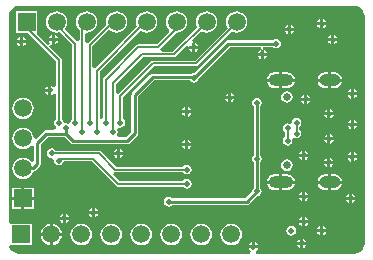
<source format=gbl>
%FSLAX25Y25*%
%MOIN*%
G70*
G01*
G75*
G04 Layer_Physical_Order=2*
G04 Layer_Color=16711680*
%ADD10O,0.01575X0.05906*%
%ADD11R,0.01575X0.05906*%
%ADD12R,0.03937X0.04331*%
%ADD13R,0.03000X0.03000*%
%ADD14R,0.02756X0.03543*%
%ADD15R,0.07480X0.02362*%
%ADD16R,0.04528X0.01181*%
%ADD17R,0.04528X0.02362*%
%ADD18R,0.04724X0.03937*%
%ADD19R,0.04528X0.05512*%
%ADD20R,0.03000X0.03000*%
%ADD21R,0.04331X0.03937*%
%ADD22C,0.00600*%
%ADD23C,0.01000*%
%ADD24O,0.08263X0.03937*%
%ADD25O,0.07082X0.03937*%
%ADD26C,0.02559*%
%ADD27C,0.05906*%
%ADD28R,0.05906X0.05906*%
%ADD29R,0.05906X0.05906*%
%ADD30C,0.02000*%
G36*
X583303Y257280D02*
X584177Y257165D01*
X584992Y256828D01*
X585691Y256291D01*
X586228Y255592D01*
X586565Y254777D01*
X586681Y253903D01*
X586688D01*
Y253800D01*
X586688Y253800D01*
X586688D01*
Y178200D01*
Y178097D01*
X586681D01*
X586565Y177223D01*
X586228Y176408D01*
X585691Y175709D01*
X584992Y175172D01*
X584177Y174835D01*
X583303Y174720D01*
Y174712D01*
X583251Y174702D01*
X583200Y174712D01*
X550595D01*
X550484Y175079D01*
X550484Y175079D01*
X550336Y175567D01*
X550753Y175847D01*
X551107Y176376D01*
X551132Y176500D01*
X548068D01*
X548093Y176376D01*
X548447Y175847D01*
X548864Y175567D01*
X548605Y174712D01*
X471497D01*
Y174720D01*
X470623Y174835D01*
X469808Y175172D01*
X469109Y175709D01*
X468572Y176408D01*
X468235Y177223D01*
X468550Y177635D01*
X468647Y177647D01*
D01*
X468744Y177647D01*
X468744Y177647D01*
X468744Y177647D01*
X475753D01*
Y184753D01*
X468744D01*
X468744Y184753D01*
X468744Y184753D01*
X468647Y184753D01*
X468112Y185288D01*
Y253903D01*
X468119D01*
X468235Y254777D01*
X468572Y255592D01*
X469109Y256291D01*
X469808Y256828D01*
X470623Y257165D01*
X471497Y257280D01*
Y257288D01*
X583303D01*
Y257280D01*
D02*
G37*
%LPC*%
G36*
X579198Y198092D02*
X575601D01*
Y196001D01*
X576673D01*
X577344Y196089D01*
X577969Y196348D01*
X578505Y196760D01*
X578917Y197296D01*
X579176Y197921D01*
X579198Y198092D01*
D02*
G37*
G36*
X574601D02*
X571004D01*
X571026Y197921D01*
X571285Y197296D01*
X571697Y196760D01*
X572233Y196348D01*
X572858Y196089D01*
X573529Y196001D01*
X574601D01*
Y198092D01*
D02*
G37*
G36*
X566900Y195332D02*
Y194300D01*
X567932D01*
X567907Y194424D01*
X567554Y194954D01*
X567024Y195307D01*
X566900Y195332D01*
D02*
G37*
G36*
X558263Y198092D02*
X554075D01*
X554098Y197922D01*
X554356Y197297D01*
X554768Y196760D01*
X555305Y196349D01*
X555930Y196090D01*
X556600Y196002D01*
X558263D01*
Y198092D01*
D02*
G37*
G36*
X576673Y201182D02*
X575601D01*
Y199092D01*
X579198D01*
X579176Y199262D01*
X578917Y199887D01*
X578505Y200424D01*
X577969Y200835D01*
X577344Y201094D01*
X576673Y201182D01*
D02*
G37*
G36*
X558263Y201183D02*
X556600D01*
X555930Y201095D01*
X555305Y200836D01*
X554768Y200424D01*
X554356Y199888D01*
X554098Y199263D01*
X554075Y199092D01*
X558263D01*
Y201183D01*
D02*
G37*
G36*
X563451Y198092D02*
X559263D01*
Y196002D01*
X560926D01*
X561596Y196090D01*
X562221Y196349D01*
X562758Y196760D01*
X563169Y197297D01*
X563428Y197922D01*
X563451Y198092D01*
D02*
G37*
G36*
X574601Y201182D02*
X573529D01*
X572858Y201094D01*
X572233Y200835D01*
X571697Y200424D01*
X571285Y199887D01*
X571026Y199262D01*
X571004Y199092D01*
X574601D01*
Y201182D01*
D02*
G37*
G36*
X567932Y193300D02*
X566900D01*
Y192268D01*
X567024Y192293D01*
X567554Y192647D01*
X567907Y193176D01*
X567932Y193300D01*
D02*
G37*
G36*
X472300Y196753D02*
X469247D01*
Y193700D01*
X472300D01*
Y196753D01*
D02*
G37*
G36*
X583532Y192700D02*
X582500D01*
Y191668D01*
X582624Y191693D01*
X583153Y192046D01*
X583507Y192576D01*
X583532Y192700D01*
D02*
G37*
G36*
X565900Y193300D02*
X564868D01*
X564893Y193176D01*
X565246Y192647D01*
X565776Y192293D01*
X565900Y192268D01*
Y193300D01*
D02*
G37*
G36*
X476353Y196753D02*
X473300D01*
Y193700D01*
X476353D01*
Y196753D01*
D02*
G37*
G36*
X550800Y226631D02*
X550176Y226507D01*
X549647Y226153D01*
X549293Y225624D01*
X549169Y225000D01*
X549293Y224376D01*
X549647Y223847D01*
X549678Y223825D01*
Y207575D01*
X549647Y207554D01*
X549293Y207024D01*
X549169Y206400D01*
X549293Y205776D01*
X549647Y205246D01*
X549678Y205225D01*
Y196655D01*
X549647Y196634D01*
X549293Y196105D01*
X549169Y195480D01*
X549176Y195442D01*
X546883Y193150D01*
X522614D01*
X522553Y193240D01*
X522024Y193594D01*
X521400Y193718D01*
X520776Y193594D01*
X520247Y193240D01*
X519893Y192711D01*
X519769Y192087D01*
X519893Y191462D01*
X520247Y190933D01*
X520776Y190579D01*
X521400Y190455D01*
X522024Y190579D01*
X522514Y190907D01*
X547348D01*
X547348Y190907D01*
X547777Y190992D01*
X548141Y191235D01*
X550762Y193856D01*
X550800Y193849D01*
X551424Y193973D01*
X551954Y194327D01*
X552307Y194856D01*
X552431Y195480D01*
X552307Y196105D01*
X551954Y196634D01*
X551922Y196655D01*
Y205225D01*
X551954Y205246D01*
X552307Y205776D01*
X552431Y206400D01*
X552307Y207024D01*
X551954Y207554D01*
X551922Y207575D01*
Y223825D01*
X551954Y223847D01*
X552307Y224376D01*
X552431Y225000D01*
X552307Y225624D01*
X551954Y226153D01*
X551424Y226507D01*
X550800Y226631D01*
D02*
G37*
G36*
X565900Y195332D02*
X565776Y195307D01*
X565246Y194954D01*
X564893Y194424D01*
X564868Y194300D01*
X565900D01*
Y195332D01*
D02*
G37*
G36*
X581500Y194732D02*
X581376Y194707D01*
X580847Y194353D01*
X580493Y193824D01*
X580468Y193700D01*
X581500D01*
Y194732D01*
D02*
G37*
G36*
X582500D02*
Y193700D01*
X583532D01*
X583507Y193824D01*
X583153Y194353D01*
X582624Y194707D01*
X582500Y194732D01*
D02*
G37*
G36*
X560926Y201183D02*
X559263D01*
Y199092D01*
X563451D01*
X563428Y199263D01*
X563169Y199888D01*
X562758Y200424D01*
X562221Y200836D01*
X561596Y201095D01*
X560926Y201183D01*
D02*
G37*
G36*
X506132Y207700D02*
X505100D01*
Y206668D01*
X505224Y206693D01*
X505754Y207047D01*
X506107Y207576D01*
X506132Y207700D01*
D02*
G37*
G36*
X582100Y208532D02*
X581976Y208507D01*
X581447Y208154D01*
X581093Y207624D01*
X581068Y207500D01*
X582100D01*
Y208532D01*
D02*
G37*
G36*
X567932Y207100D02*
X566900D01*
Y206068D01*
X567024Y206093D01*
X567554Y206447D01*
X567907Y206976D01*
X567932Y207100D01*
D02*
G37*
G36*
X504100Y207700D02*
X503068D01*
X503093Y207576D01*
X503446Y207047D01*
X503976Y206693D01*
X504100Y206668D01*
Y207700D01*
D02*
G37*
G36*
X566900Y209132D02*
Y208100D01*
X567932D01*
X567907Y208224D01*
X567554Y208753D01*
X567024Y209107D01*
X566900Y209132D01*
D02*
G37*
G36*
X504100Y209732D02*
X503976Y209707D01*
X503446Y209353D01*
X503093Y208824D01*
X503068Y208700D01*
X504100D01*
Y209732D01*
D02*
G37*
G36*
X583100Y208532D02*
Y207500D01*
X584132D01*
X584107Y207624D01*
X583753Y208154D01*
X583224Y208507D01*
X583100Y208532D01*
D02*
G37*
G36*
X565900Y209132D02*
X565776Y209107D01*
X565246Y208753D01*
X564893Y208224D01*
X564868Y208100D01*
X565900D01*
Y209132D01*
D02*
G37*
G36*
Y207100D02*
X564868D01*
X564893Y206976D01*
X565246Y206447D01*
X565776Y206093D01*
X565900Y206068D01*
Y207100D01*
D02*
G37*
G36*
X574300Y204700D02*
X573268D01*
X573293Y204576D01*
X573646Y204047D01*
X574176Y203693D01*
X574300Y203668D01*
Y204700D01*
D02*
G37*
G36*
X576332D02*
X575300D01*
Y203668D01*
X575424Y203693D01*
X575953Y204047D01*
X576307Y204576D01*
X576332Y204700D01*
D02*
G37*
G36*
X482400Y209831D02*
X481776Y209707D01*
X481247Y209353D01*
X480893Y208824D01*
X480769Y208200D01*
X480893Y207576D01*
X481247Y207047D01*
X481776Y206693D01*
X482400Y206569D01*
X482571Y206603D01*
X483203Y205971D01*
X483169Y205800D01*
X483293Y205176D01*
X483646Y204646D01*
X484176Y204293D01*
X484800Y204169D01*
X485424Y204293D01*
X485954Y204646D01*
X486307Y205176D01*
X486368Y205482D01*
X495820D01*
X503951Y197351D01*
X504249Y197152D01*
X504307Y197141D01*
X504600Y197082D01*
X526089D01*
X526247Y196846D01*
X526776Y196493D01*
X527400Y196369D01*
X528024Y196493D01*
X528553Y196846D01*
X528907Y197376D01*
X529031Y198000D01*
X528907Y198624D01*
X528553Y199153D01*
X528024Y199507D01*
X527400Y199631D01*
X526776Y199507D01*
X526247Y199153D01*
X526089Y198918D01*
X504980D01*
X502916Y200981D01*
X503058Y201696D01*
X503181Y201926D01*
X503400Y201882D01*
X526089D01*
X526247Y201646D01*
X526776Y201293D01*
X527400Y201169D01*
X528024Y201293D01*
X528553Y201646D01*
X528907Y202176D01*
X529031Y202800D01*
X528907Y203424D01*
X528553Y203954D01*
X528024Y204307D01*
X527400Y204431D01*
X526776Y204307D01*
X526247Y203954D01*
X526089Y203718D01*
X503780D01*
X498649Y208849D01*
X498351Y209048D01*
X498000Y209118D01*
X483711D01*
X483554Y209353D01*
X483024Y209707D01*
X482400Y209831D01*
D02*
G37*
G36*
X560731Y206138D02*
X559998Y205993D01*
X559376Y205577D01*
X558960Y204955D01*
X558815Y204222D01*
X558960Y203489D01*
X559376Y202867D01*
X559998Y202451D01*
X560731Y202306D01*
X561464Y202451D01*
X562086Y202867D01*
X562501Y203489D01*
X562647Y204222D01*
X562501Y204955D01*
X562086Y205577D01*
X561464Y205993D01*
X560731Y206138D01*
D02*
G37*
G36*
X574300Y206732D02*
X574176Y206707D01*
X573646Y206353D01*
X573293Y205824D01*
X573268Y205700D01*
X574300D01*
Y206732D01*
D02*
G37*
G36*
X575300D02*
Y205700D01*
X576332D01*
X576307Y205824D01*
X575953Y206353D01*
X575424Y206707D01*
X575300Y206732D01*
D02*
G37*
G36*
X582100Y206500D02*
X581068D01*
X581093Y206376D01*
X581447Y205847D01*
X581976Y205493D01*
X582100Y205468D01*
Y206500D01*
D02*
G37*
G36*
X584132D02*
X583100D01*
Y205468D01*
X583224Y205493D01*
X583753Y205847D01*
X584107Y206376D01*
X584132Y206500D01*
D02*
G37*
G36*
X581500Y192700D02*
X580468D01*
X580493Y192576D01*
X580847Y192046D01*
X581376Y191693D01*
X581500Y191668D01*
Y192700D01*
D02*
G37*
G36*
X485718Y180700D02*
X482700D01*
Y177682D01*
X483127Y177739D01*
X483992Y178097D01*
X484734Y178666D01*
X485303Y179408D01*
X485661Y180273D01*
X485718Y180700D01*
D02*
G37*
G36*
X565300Y179732D02*
X565176Y179707D01*
X564646Y179353D01*
X564293Y178824D01*
X564268Y178700D01*
X565300D01*
Y179732D01*
D02*
G37*
G36*
X542200Y184783D02*
X541272Y184661D01*
X540408Y184303D01*
X539666Y183734D01*
X539097Y182992D01*
X538739Y182127D01*
X538617Y181200D01*
X538739Y180273D01*
X539097Y179408D01*
X539666Y178666D01*
X540408Y178097D01*
X541272Y177739D01*
X542200Y177617D01*
X543127Y177739D01*
X543992Y178097D01*
X544734Y178666D01*
X545303Y179408D01*
X545661Y180273D01*
X545783Y181200D01*
X545661Y182127D01*
X545303Y182992D01*
X544734Y183734D01*
X543992Y184303D01*
X543127Y184661D01*
X542200Y184783D01*
D02*
G37*
G36*
X481700Y180700D02*
X478682D01*
X478739Y180273D01*
X479097Y179408D01*
X479666Y178666D01*
X480408Y178097D01*
X481273Y177739D01*
X481700Y177682D01*
Y180700D01*
D02*
G37*
G36*
X571900Y181900D02*
X570868D01*
X570893Y181776D01*
X571246Y181246D01*
X571776Y180893D01*
X571900Y180868D01*
Y181900D01*
D02*
G37*
G36*
X573932D02*
X572900D01*
Y180868D01*
X573024Y180893D01*
X573554Y181246D01*
X573907Y181776D01*
X573932Y181900D01*
D02*
G37*
G36*
X566300Y179732D02*
Y178700D01*
X567332D01*
X567307Y178824D01*
X566954Y179353D01*
X566424Y179707D01*
X566300Y179732D01*
D02*
G37*
G36*
X562200Y184031D02*
X561576Y183907D01*
X561047Y183554D01*
X560693Y183024D01*
X560569Y182400D01*
X560693Y181776D01*
X561047Y181246D01*
X561576Y180893D01*
X562200Y180769D01*
X562824Y180893D01*
X563353Y181246D01*
X563707Y181776D01*
X563831Y182400D01*
X563707Y183024D01*
X563353Y183554D01*
X562824Y183907D01*
X562200Y184031D01*
D02*
G37*
G36*
X532200Y184783D02*
X531273Y184661D01*
X530408Y184303D01*
X529666Y183734D01*
X529097Y182992D01*
X528739Y182127D01*
X528617Y181200D01*
X528739Y180273D01*
X529097Y179408D01*
X529666Y178666D01*
X530408Y178097D01*
X531273Y177739D01*
X532200Y177617D01*
X533127Y177739D01*
X533992Y178097D01*
X534734Y178666D01*
X535303Y179408D01*
X535661Y180273D01*
X535783Y181200D01*
X535661Y182127D01*
X535303Y182992D01*
X534734Y183734D01*
X533992Y184303D01*
X533127Y184661D01*
X532200Y184783D01*
D02*
G37*
G36*
X549100Y178532D02*
X548976Y178507D01*
X548447Y178154D01*
X548093Y177624D01*
X548068Y177500D01*
X549100D01*
Y178532D01*
D02*
G37*
G36*
X550100D02*
Y177500D01*
X551132D01*
X551107Y177624D01*
X550753Y178154D01*
X550224Y178507D01*
X550100Y178532D01*
D02*
G37*
G36*
X565300Y177700D02*
X564268D01*
X564293Y177576D01*
X564646Y177047D01*
X565176Y176693D01*
X565300Y176668D01*
Y177700D01*
D02*
G37*
G36*
X567332D02*
X566300D01*
Y176668D01*
X566424Y176693D01*
X566954Y177047D01*
X567307Y177576D01*
X567332Y177700D01*
D02*
G37*
G36*
X512200Y184783D02*
X511272Y184661D01*
X510408Y184303D01*
X509666Y183734D01*
X509097Y182992D01*
X508739Y182127D01*
X508617Y181200D01*
X508739Y180273D01*
X509097Y179408D01*
X509666Y178666D01*
X510408Y178097D01*
X511272Y177739D01*
X512200Y177617D01*
X513128Y177739D01*
X513992Y178097D01*
X514734Y178666D01*
X515303Y179408D01*
X515661Y180273D01*
X515783Y181200D01*
X515661Y182127D01*
X515303Y182992D01*
X514734Y183734D01*
X513992Y184303D01*
X513128Y184661D01*
X512200Y184783D01*
D02*
G37*
G36*
X522200D02*
X521273Y184661D01*
X520408Y184303D01*
X519666Y183734D01*
X519097Y182992D01*
X518739Y182127D01*
X518617Y181200D01*
X518739Y180273D01*
X519097Y179408D01*
X519666Y178666D01*
X520408Y178097D01*
X521273Y177739D01*
X522200Y177617D01*
X523128Y177739D01*
X523992Y178097D01*
X524734Y178666D01*
X525303Y179408D01*
X525661Y180273D01*
X525783Y181200D01*
X525661Y182127D01*
X525303Y182992D01*
X524734Y183734D01*
X523992Y184303D01*
X523128Y184661D01*
X522200Y184783D01*
D02*
G37*
G36*
X492200D02*
X491273Y184661D01*
X490408Y184303D01*
X489666Y183734D01*
X489097Y182992D01*
X488739Y182127D01*
X488617Y181200D01*
X488739Y180273D01*
X489097Y179408D01*
X489666Y178666D01*
X490408Y178097D01*
X491273Y177739D01*
X492200Y177617D01*
X493127Y177739D01*
X493992Y178097D01*
X494734Y178666D01*
X495303Y179408D01*
X495661Y180273D01*
X495783Y181200D01*
X495661Y182127D01*
X495303Y182992D01*
X494734Y183734D01*
X493992Y184303D01*
X493127Y184661D01*
X492200Y184783D01*
D02*
G37*
G36*
X502200D02*
X501272Y184661D01*
X500408Y184303D01*
X499666Y183734D01*
X499097Y182992D01*
X498739Y182127D01*
X498617Y181200D01*
X498739Y180273D01*
X499097Y179408D01*
X499666Y178666D01*
X500408Y178097D01*
X501272Y177739D01*
X502200Y177617D01*
X503127Y177739D01*
X503992Y178097D01*
X504734Y178666D01*
X505303Y179408D01*
X505661Y180273D01*
X505783Y181200D01*
X505661Y182127D01*
X505303Y182992D01*
X504734Y183734D01*
X503992Y184303D01*
X503127Y184661D01*
X502200Y184783D01*
D02*
G37*
G36*
X481700Y184718D02*
X481273Y184661D01*
X480408Y184303D01*
X479666Y183734D01*
X479097Y182992D01*
X478739Y182127D01*
X478682Y181700D01*
X481700D01*
Y184718D01*
D02*
G37*
G36*
X486100Y188132D02*
X485976Y188107D01*
X485447Y187753D01*
X485093Y187224D01*
X485068Y187100D01*
X486100D01*
Y188132D01*
D02*
G37*
G36*
X487100D02*
Y187100D01*
X488132D01*
X488107Y187224D01*
X487753Y187753D01*
X487224Y188107D01*
X487100Y188132D01*
D02*
G37*
G36*
X495700Y187900D02*
X494668D01*
X494693Y187776D01*
X495047Y187247D01*
X495576Y186893D01*
X495700Y186868D01*
Y187900D01*
D02*
G37*
G36*
X497732D02*
X496700D01*
Y186868D01*
X496824Y186893D01*
X497354Y187247D01*
X497707Y187776D01*
X497732Y187900D01*
D02*
G37*
G36*
X472300Y192700D02*
X469247D01*
Y189647D01*
X472300D01*
Y192700D01*
D02*
G37*
G36*
X476353D02*
X473300D01*
Y189647D01*
X476353D01*
Y192700D01*
D02*
G37*
G36*
X495700Y189932D02*
X495576Y189907D01*
X495047Y189553D01*
X494693Y189024D01*
X494668Y188900D01*
X495700D01*
Y189932D01*
D02*
G37*
G36*
X496700D02*
Y188900D01*
X497732D01*
X497707Y189024D01*
X497354Y189553D01*
X496824Y189907D01*
X496700Y189932D01*
D02*
G37*
G36*
X566900Y186932D02*
Y185900D01*
X567932D01*
X567907Y186024D01*
X567554Y186554D01*
X567024Y186907D01*
X566900Y186932D01*
D02*
G37*
G36*
X572900Y183932D02*
Y182900D01*
X573932D01*
X573907Y183024D01*
X573554Y183554D01*
X573024Y183907D01*
X572900Y183932D01*
D02*
G37*
G36*
X565900Y184900D02*
X564868D01*
X564893Y184776D01*
X565246Y184247D01*
X565776Y183893D01*
X565900Y183868D01*
Y184900D01*
D02*
G37*
G36*
X482700Y184718D02*
Y181700D01*
X485718D01*
X485661Y182127D01*
X485303Y182992D01*
X484734Y183734D01*
X483992Y184303D01*
X483127Y184661D01*
X482700Y184718D01*
D02*
G37*
G36*
X571900Y183932D02*
X571776Y183907D01*
X571246Y183554D01*
X570893Y183024D01*
X570868Y182900D01*
X571900D01*
Y183932D01*
D02*
G37*
G36*
X488132Y186100D02*
X487100D01*
Y185068D01*
X487224Y185093D01*
X487753Y185447D01*
X488107Y185976D01*
X488132Y186100D01*
D02*
G37*
G36*
X565900Y186932D02*
X565776Y186907D01*
X565246Y186554D01*
X564893Y186024D01*
X564868Y185900D01*
X565900D01*
Y186932D01*
D02*
G37*
G36*
X567932Y184900D02*
X566900D01*
Y183868D01*
X567024Y183893D01*
X567554Y184247D01*
X567907Y184776D01*
X567932Y184900D01*
D02*
G37*
G36*
X486100Y186100D02*
X485068D01*
X485093Y185976D01*
X485447Y185447D01*
X485976Y185093D01*
X486100Y185068D01*
Y186100D01*
D02*
G37*
G36*
X505100Y209732D02*
Y208700D01*
X506132D01*
X506107Y208824D01*
X505754Y209353D01*
X505224Y209707D01*
X505100Y209732D01*
D02*
G37*
G36*
X552100Y242732D02*
X551976Y242707D01*
X551446Y242354D01*
X551093Y241824D01*
X551068Y241700D01*
X552100D01*
Y242732D01*
D02*
G37*
G36*
X553100D02*
Y241700D01*
X554132D01*
X554107Y241824D01*
X553754Y242354D01*
X553224Y242707D01*
X553100Y242732D01*
D02*
G37*
G36*
X552100Y240700D02*
X551068D01*
X551093Y240576D01*
X551446Y240047D01*
X551976Y239693D01*
X552100Y239668D01*
Y240700D01*
D02*
G37*
G36*
X554132D02*
X553100D01*
Y239668D01*
X553224Y239693D01*
X553754Y240047D01*
X554107Y240576D01*
X554132Y240700D01*
D02*
G37*
G36*
X529300Y243100D02*
X528268D01*
X528293Y242976D01*
X528647Y242446D01*
X529176Y242093D01*
X529300Y242068D01*
Y243100D01*
D02*
G37*
G36*
X473732Y244900D02*
X472700D01*
Y243868D01*
X472824Y243893D01*
X473353Y244247D01*
X473707Y244776D01*
X473732Y244900D01*
D02*
G37*
G36*
X530300Y245132D02*
Y244100D01*
X531332D01*
X531307Y244224D01*
X530954Y244754D01*
X530424Y245107D01*
X530300Y245132D01*
D02*
G37*
G36*
X531332Y243100D02*
X530300D01*
Y242068D01*
X530424Y242093D01*
X530954Y242446D01*
X531307Y242976D01*
X531332Y243100D01*
D02*
G37*
G36*
X471700Y244900D02*
X470668D01*
X470693Y244776D01*
X471046Y244247D01*
X471576Y243893D01*
X471700Y243868D01*
Y244900D01*
D02*
G37*
G36*
X579198Y232108D02*
X575601D01*
Y230017D01*
X576673D01*
X577344Y230105D01*
X577968Y230364D01*
X578505Y230776D01*
X578917Y231312D01*
X579176Y231937D01*
X579198Y232108D01*
D02*
G37*
G36*
X558263Y232108D02*
X554075D01*
X554098Y231938D01*
X554356Y231313D01*
X554768Y230776D01*
X555305Y230365D01*
X555929Y230106D01*
X556600Y230017D01*
X558263D01*
Y232108D01*
D02*
G37*
G36*
X481300Y230732D02*
X481176Y230707D01*
X480647Y230353D01*
X480293Y229824D01*
X480268Y229700D01*
X481300D01*
Y230732D01*
D02*
G37*
G36*
X574601Y232108D02*
X571004D01*
X571026Y231937D01*
X571285Y231312D01*
X571697Y230776D01*
X572233Y230364D01*
X572858Y230105D01*
X573528Y230017D01*
X574601D01*
Y232108D01*
D02*
G37*
G36*
X563450Y232108D02*
X559263D01*
Y230017D01*
X560926D01*
X561596Y230106D01*
X562221Y230365D01*
X562757Y230776D01*
X563169Y231313D01*
X563428Y231938D01*
X563450Y232108D01*
D02*
G37*
G36*
X558263Y235199D02*
X556600D01*
X555929Y235111D01*
X555305Y234852D01*
X554768Y234440D01*
X554356Y233904D01*
X554098Y233279D01*
X554075Y233108D01*
X558263D01*
Y235199D01*
D02*
G37*
G36*
X560926D02*
X559263D01*
Y233108D01*
X563450D01*
X563428Y233279D01*
X563169Y233904D01*
X562757Y234440D01*
X562221Y234852D01*
X561596Y235111D01*
X560926Y235199D01*
D02*
G37*
G36*
X574601Y235198D02*
X573528D01*
X572858Y235110D01*
X572233Y234851D01*
X571697Y234439D01*
X571285Y233903D01*
X571026Y233278D01*
X571004Y233108D01*
X574601D01*
Y235198D01*
D02*
G37*
G36*
X576673D02*
X575601D01*
Y233108D01*
X579198D01*
X579176Y233278D01*
X578917Y233903D01*
X578505Y234439D01*
X577968Y234851D01*
X577344Y235110D01*
X576673Y235198D01*
D02*
G37*
G36*
X544000Y255583D02*
X543073Y255461D01*
X542208Y255103D01*
X541466Y254534D01*
X540897Y253792D01*
X540539Y252927D01*
X540417Y252000D01*
X540539Y251073D01*
X540897Y250208D01*
X540989Y250087D01*
X530020Y239118D01*
X516000D01*
X515649Y239048D01*
X515351Y238849D01*
X504551Y228049D01*
X503718Y228606D01*
Y231220D01*
X512780Y240282D01*
X523200D01*
X523551Y240352D01*
X523849Y240551D01*
X527396Y244098D01*
X528184Y243677D01*
X528268Y244100D01*
X529300D01*
Y245132D01*
X529723Y245216D01*
X529302Y246004D01*
X532200Y248903D01*
X532208Y248897D01*
X533073Y248539D01*
X534000Y248417D01*
X534928Y248539D01*
X535792Y248897D01*
X536534Y249466D01*
X537103Y250208D01*
X537461Y251073D01*
X537583Y252000D01*
X537461Y252927D01*
X537103Y253792D01*
X536534Y254534D01*
X535792Y255103D01*
X534928Y255461D01*
X534000Y255583D01*
X533073Y255461D01*
X532208Y255103D01*
X531466Y254534D01*
X530897Y253792D01*
X530539Y252927D01*
X530417Y252000D01*
X530539Y251073D01*
X530897Y250208D01*
X530903Y250200D01*
X522820Y242118D01*
X519006D01*
X518449Y242951D01*
X523924Y248427D01*
X524000Y248417D01*
X524928Y248539D01*
X525792Y248897D01*
X526534Y249466D01*
X527103Y250208D01*
X527461Y251073D01*
X527583Y252000D01*
X527461Y252927D01*
X527103Y253792D01*
X526534Y254534D01*
X525792Y255103D01*
X524928Y255461D01*
X524000Y255583D01*
X523072Y255461D01*
X522208Y255103D01*
X521466Y254534D01*
X520897Y253792D01*
X520539Y252927D01*
X520417Y252000D01*
X520539Y251073D01*
X520897Y250208D01*
X521466Y249466D01*
X521522Y248619D01*
X517420Y244518D01*
X511200D01*
X510849Y244448D01*
X510551Y244249D01*
X499751Y233449D01*
X499552Y233151D01*
X499482Y232800D01*
Y220100D01*
X498765Y219567D01*
X498318Y219703D01*
Y235420D01*
X511974Y249076D01*
X512208Y248897D01*
X513072Y248539D01*
X514000Y248417D01*
X514927Y248539D01*
X515792Y248897D01*
X516534Y249466D01*
X517103Y250208D01*
X517461Y251073D01*
X517583Y252000D01*
X517461Y252927D01*
X517103Y253792D01*
X516534Y254534D01*
X515792Y255103D01*
X514927Y255461D01*
X514000Y255583D01*
X513072Y255461D01*
X512208Y255103D01*
X511466Y254534D01*
X510897Y253792D01*
X510539Y252927D01*
X510417Y252000D01*
X510539Y251073D01*
X510784Y250481D01*
X496751Y236449D01*
X495918Y237006D01*
Y243820D01*
X501521Y249424D01*
X502208Y248897D01*
X503073Y248539D01*
X504000Y248417D01*
X504927Y248539D01*
X505792Y248897D01*
X506534Y249466D01*
X507103Y250208D01*
X507461Y251073D01*
X507583Y252000D01*
X507461Y252927D01*
X507103Y253792D01*
X506534Y254534D01*
X505792Y255103D01*
X504927Y255461D01*
X504000Y255583D01*
X503073Y255461D01*
X502208Y255103D01*
X501466Y254534D01*
X500897Y253792D01*
X500539Y252927D01*
X500417Y252000D01*
X500539Y251073D01*
X500549Y251047D01*
X494351Y244849D01*
X493518Y245406D01*
Y247994D01*
X494000Y248417D01*
X494928Y248539D01*
X495792Y248897D01*
X496534Y249466D01*
X497103Y250208D01*
X497461Y251073D01*
X497583Y252000D01*
X497461Y252927D01*
X497103Y253792D01*
X496534Y254534D01*
X495792Y255103D01*
X494928Y255461D01*
X494000Y255583D01*
X493073Y255461D01*
X492208Y255103D01*
X491466Y254534D01*
X490897Y253792D01*
X490539Y252927D01*
X490417Y252000D01*
X490539Y251073D01*
X490897Y250208D01*
X491466Y249466D01*
X491682Y249300D01*
Y246006D01*
X490849Y245449D01*
X486663Y249635D01*
X487103Y250208D01*
X487461Y251073D01*
X487583Y252000D01*
X487461Y252927D01*
X487103Y253792D01*
X486534Y254534D01*
X485792Y255103D01*
X484928Y255461D01*
X484000Y255583D01*
X483073Y255461D01*
X482208Y255103D01*
X481466Y254534D01*
X480897Y253792D01*
X480539Y252927D01*
X480417Y252000D01*
X480539Y251073D01*
X480897Y250208D01*
X481466Y249466D01*
X482208Y248897D01*
X483073Y248539D01*
X484000Y248417D01*
X484928Y248539D01*
X485094Y248608D01*
X489282Y244420D01*
Y219711D01*
X489046Y219553D01*
X488693Y219024D01*
X488569Y218400D01*
X488569Y218400D01*
X488569Y218400D01*
X487824Y218107D01*
X487200Y218231D01*
X486576Y218107D01*
X486431Y218400D01*
D01*
X486431D01*
X486431Y218400D01*
X486307Y219024D01*
X486188Y219203D01*
X486188Y219203D01*
X485954Y219553D01*
Y219553D01*
X485718Y219711D01*
Y239400D01*
X485659Y239693D01*
X485648Y239751D01*
X485449Y240049D01*
X481468Y244030D01*
X482035Y244720D01*
X482035D01*
X482035Y244720D01*
X482376Y244493D01*
X482500Y244468D01*
Y245500D01*
X481468D01*
X481493Y245376D01*
X481720Y245035D01*
X481030Y244468D01*
X477406Y248092D01*
X477553Y248447D01*
X477553D01*
X477553Y248447D01*
Y255553D01*
X470447D01*
Y248447D01*
X474455D01*
X483882Y239020D01*
Y230503D01*
X483027Y230243D01*
X482954Y230353D01*
X482424Y230707D01*
X482300Y230732D01*
Y229199D01*
Y227668D01*
X482424Y227693D01*
X482954Y228046D01*
X483027Y228157D01*
X483882Y227897D01*
Y219711D01*
X483646Y219553D01*
X483293Y219024D01*
X483169Y218400D01*
X483293Y217776D01*
X483646Y217247D01*
X483862Y217102D01*
X483688Y216226D01*
X482158Y215921D01*
X480600D01*
X480600Y215922D01*
X480171Y215836D01*
X479807Y215593D01*
X477294Y213080D01*
X476802Y213145D01*
X476371Y213291D01*
X476261Y214127D01*
X475903Y214992D01*
X475334Y215734D01*
X474592Y216303D01*
X473728Y216661D01*
X472800Y216783D01*
X471873Y216661D01*
X471008Y216303D01*
X470266Y215734D01*
X469697Y214992D01*
X469339Y214127D01*
X469217Y213200D01*
X469339Y212273D01*
X469697Y211408D01*
X470266Y210666D01*
X471008Y210097D01*
X471873Y209739D01*
X472800Y209617D01*
X473728Y209739D01*
X474592Y210097D01*
X475334Y210666D01*
X475632Y211055D01*
X476478Y210768D01*
Y205632D01*
X475632Y205345D01*
X475334Y205734D01*
X474592Y206303D01*
X473728Y206661D01*
X472800Y206783D01*
X471873Y206661D01*
X471008Y206303D01*
X470266Y205734D01*
X469697Y204992D01*
X469339Y204127D01*
X469217Y203200D01*
X469339Y202273D01*
X469697Y201408D01*
X470266Y200666D01*
X471008Y200097D01*
X471873Y199739D01*
X472800Y199617D01*
X473728Y199739D01*
X474592Y200097D01*
X475334Y200666D01*
X475903Y201408D01*
X476181Y202078D01*
X476200D01*
X476200Y202078D01*
X476629Y202164D01*
X476993Y202407D01*
X478393Y203807D01*
X478393Y203807D01*
X478636Y204171D01*
X478722Y204600D01*
X478722Y204600D01*
Y211335D01*
X481065Y213679D01*
X486735D01*
X488807Y211607D01*
X488807Y211607D01*
X489171Y211364D01*
X489600Y211279D01*
X507600D01*
X507600Y211278D01*
X508029Y211364D01*
X508393Y211607D01*
X510832Y214046D01*
X510833Y214046D01*
X511076Y214410D01*
X511161Y214839D01*
Y227228D01*
X516465Y232532D01*
X528456D01*
X528647Y232246D01*
X529176Y231893D01*
X529800Y231769D01*
X530424Y231893D01*
X530954Y232246D01*
X531307Y232776D01*
X531431Y233400D01*
X531424Y233438D01*
X541665Y243678D01*
X552300D01*
X552387Y242789D01*
X552600Y242832D01*
X552813Y242789D01*
X552890Y243574D01*
X552900Y243678D01*
X555975D01*
X555997Y243647D01*
X556526Y243293D01*
X557150Y243169D01*
X557774Y243293D01*
X558303Y243647D01*
X558657Y244176D01*
X558781Y244800D01*
X558657Y245424D01*
X558303Y245953D01*
X557774Y246307D01*
X557150Y246431D01*
X556526Y246307D01*
X555997Y245953D01*
X555975Y245921D01*
X541200D01*
X541200Y245922D01*
X540771Y245836D01*
X540407Y245593D01*
X529838Y235024D01*
X529800Y235031D01*
X529176Y234907D01*
X528978Y234775D01*
X516000D01*
X516000Y234775D01*
X515571Y234690D01*
X515207Y234447D01*
X515207Y234447D01*
X509246Y228486D01*
X509003Y228122D01*
X508918Y227693D01*
X508918Y227693D01*
Y215304D01*
X507135Y213522D01*
X504438D01*
X504334Y213677D01*
X503996Y214310D01*
X504307Y214776D01*
X504431Y215400D01*
X504307Y216024D01*
X504245Y216117D01*
X504742Y216860D01*
X505200Y216769D01*
X505824Y216893D01*
X506354Y217247D01*
X506707Y217776D01*
X506831Y218400D01*
X506707Y219024D01*
X506354Y219553D01*
X506118Y219711D01*
Y227020D01*
X516380Y237282D01*
X530400D01*
X530751Y237352D01*
X531049Y237551D01*
X542340Y248842D01*
X543073Y248539D01*
X544000Y248417D01*
X544927Y248539D01*
X545792Y248897D01*
X546534Y249466D01*
X547103Y250208D01*
X547461Y251073D01*
X547583Y252000D01*
X547461Y252927D01*
X547103Y253792D01*
X546534Y254534D01*
X545792Y255103D01*
X544927Y255461D01*
X544000Y255583D01*
D02*
G37*
G36*
X571900Y250900D02*
X570868D01*
X570893Y250776D01*
X571246Y250247D01*
X571776Y249893D01*
X571900Y249868D01*
Y250900D01*
D02*
G37*
G36*
X561100Y249100D02*
X560068D01*
X560093Y248976D01*
X560447Y248446D01*
X560976Y248093D01*
X561100Y248068D01*
Y249100D01*
D02*
G37*
G36*
X563132D02*
X562100D01*
Y248068D01*
X562224Y248093D01*
X562753Y248446D01*
X563107Y248976D01*
X563132Y249100D01*
D02*
G37*
G36*
X573932Y250900D02*
X572900D01*
Y249868D01*
X573024Y249893D01*
X573554Y250247D01*
X573907Y250776D01*
X573932Y250900D01*
D02*
G37*
G36*
X571900Y252932D02*
X571776Y252907D01*
X571246Y252554D01*
X570893Y252024D01*
X570868Y251900D01*
X571900D01*
Y252932D01*
D02*
G37*
G36*
X572900D02*
Y251900D01*
X573932D01*
X573907Y252024D01*
X573554Y252554D01*
X573024Y252907D01*
X572900Y252932D01*
D02*
G37*
G36*
X561100Y251132D02*
X560976Y251107D01*
X560447Y250753D01*
X560093Y250224D01*
X560068Y250100D01*
X561100D01*
Y251132D01*
D02*
G37*
G36*
X562100D02*
Y250100D01*
X563132D01*
X563107Y250224D01*
X562753Y250753D01*
X562224Y251107D01*
X562100Y251132D01*
D02*
G37*
G36*
X577532Y245500D02*
X576500D01*
Y244468D01*
X576624Y244493D01*
X577153Y244847D01*
X577507Y245376D01*
X577532Y245500D01*
D02*
G37*
G36*
X471700Y246932D02*
X471576Y246907D01*
X471046Y246553D01*
X470693Y246024D01*
X470668Y245900D01*
X471700D01*
Y246932D01*
D02*
G37*
G36*
X484532Y245500D02*
X483500D01*
Y244468D01*
X483624Y244493D01*
X484154Y244847D01*
X484507Y245376D01*
X484532Y245500D01*
D02*
G37*
G36*
X575500D02*
X574468D01*
X574493Y245376D01*
X574847Y244847D01*
X575376Y244493D01*
X575500Y244468D01*
Y245500D01*
D02*
G37*
G36*
X472700Y246932D02*
Y245900D01*
X473732D01*
X473707Y246024D01*
X473353Y246553D01*
X472824Y246907D01*
X472700Y246932D01*
D02*
G37*
G36*
X575500Y247532D02*
X575376Y247507D01*
X574847Y247153D01*
X574493Y246624D01*
X574468Y246500D01*
X575500D01*
Y247532D01*
D02*
G37*
G36*
X576500D02*
Y246500D01*
X577532D01*
X577507Y246624D01*
X577153Y247153D01*
X576624Y247507D01*
X576500Y247532D01*
D02*
G37*
G36*
X482500D02*
X482376Y247507D01*
X481847Y247153D01*
X481493Y246624D01*
X481468Y246500D01*
X482500D01*
Y247532D01*
D02*
G37*
G36*
X483500D02*
Y246500D01*
X484532D01*
X484507Y246624D01*
X484154Y247153D01*
X483624Y247507D01*
X483500Y247532D01*
D02*
G37*
G36*
X582100Y219332D02*
X581976Y219307D01*
X581447Y218953D01*
X581093Y218424D01*
X581068Y218300D01*
X582100D01*
Y219332D01*
D02*
G37*
G36*
X583100D02*
Y218300D01*
X584132D01*
X584107Y218424D01*
X583753Y218953D01*
X583224Y219307D01*
X583100Y219332D01*
D02*
G37*
G36*
X584132Y217300D02*
X583100D01*
Y216268D01*
X583224Y216293D01*
X583753Y216647D01*
X584107Y217176D01*
X584132Y217300D01*
D02*
G37*
G36*
X564000Y220031D02*
X563376Y219907D01*
X562847Y219553D01*
X562493Y219024D01*
X562369Y218400D01*
X562369Y218400D01*
X562369Y218400D01*
X561624Y218107D01*
X561000Y218231D01*
X560376Y218107D01*
X559846Y217754D01*
X559493Y217224D01*
X559369Y216600D01*
X559493Y215976D01*
X559846Y215446D01*
X560082Y215289D01*
Y213711D01*
X559846Y213554D01*
X559493Y213024D01*
X559369Y212400D01*
X559493Y211776D01*
X559846Y211246D01*
X560376Y210893D01*
X561000Y210769D01*
X561624Y210893D01*
X562153Y211246D01*
X562507Y211776D01*
X562631Y212400D01*
X562540Y212858D01*
X563283Y213355D01*
X563376Y213293D01*
X564000Y213169D01*
X564624Y213293D01*
X565154Y213647D01*
X565507Y214176D01*
X565631Y214800D01*
X565507Y215424D01*
X565154Y215953D01*
X564918Y216111D01*
Y217089D01*
X565154Y217247D01*
X565507Y217776D01*
X565631Y218400D01*
X565507Y219024D01*
X565154Y219553D01*
X564624Y219907D01*
X564000Y220031D01*
D02*
G37*
G36*
X472800Y226783D02*
X471873Y226661D01*
X471008Y226303D01*
X470266Y225734D01*
X469697Y224992D01*
X469339Y224127D01*
X469217Y223200D01*
X469339Y222273D01*
X469697Y221408D01*
X470266Y220666D01*
X471008Y220097D01*
X471873Y219739D01*
X472800Y219617D01*
X473728Y219739D01*
X474592Y220097D01*
X475334Y220666D01*
X475903Y221408D01*
X476261Y222273D01*
X476383Y223200D01*
X476261Y224127D01*
X475903Y224992D01*
X475334Y225734D01*
X474592Y226303D01*
X473728Y226661D01*
X472800Y226783D01*
D02*
G37*
G36*
X526900Y221500D02*
X525868D01*
X525893Y221376D01*
X526247Y220847D01*
X526776Y220493D01*
X526900Y220468D01*
Y221500D01*
D02*
G37*
G36*
X528932D02*
X527900D01*
Y220468D01*
X528024Y220493D01*
X528553Y220847D01*
X528907Y221376D01*
X528932Y221500D01*
D02*
G37*
G36*
X574300Y220900D02*
X573268D01*
X573293Y220776D01*
X573646Y220247D01*
X574176Y219893D01*
X574300Y219868D01*
Y220900D01*
D02*
G37*
G36*
X576332D02*
X575300D01*
Y219868D01*
X575424Y219893D01*
X575953Y220247D01*
X576307Y220776D01*
X576332Y220900D01*
D02*
G37*
G36*
X574300Y212500D02*
X573268D01*
X573293Y212376D01*
X573646Y211846D01*
X574176Y211493D01*
X574300Y211468D01*
Y212500D01*
D02*
G37*
G36*
X576332D02*
X575300D01*
Y211468D01*
X575424Y211493D01*
X575953Y211846D01*
X576307Y212376D01*
X576332Y212500D01*
D02*
G37*
G36*
X526900Y210700D02*
X525868D01*
X525893Y210576D01*
X526247Y210047D01*
X526776Y209693D01*
X526900Y209668D01*
Y210700D01*
D02*
G37*
G36*
X528932D02*
X527900D01*
Y209668D01*
X528024Y209693D01*
X528553Y210047D01*
X528907Y210576D01*
X528932Y210700D01*
D02*
G37*
G36*
X526900Y212732D02*
X526776Y212707D01*
X526247Y212353D01*
X525893Y211824D01*
X525868Y211700D01*
X526900D01*
Y212732D01*
D02*
G37*
G36*
X575300Y214532D02*
Y213500D01*
X576332D01*
X576307Y213624D01*
X575953Y214154D01*
X575424Y214507D01*
X575300Y214532D01*
D02*
G37*
G36*
X582100Y217300D02*
X581068D01*
X581093Y217176D01*
X581447Y216647D01*
X581976Y216293D01*
X582100Y216268D01*
Y217300D01*
D02*
G37*
G36*
X527900Y212732D02*
Y211700D01*
X528932D01*
X528907Y211824D01*
X528553Y212353D01*
X528024Y212707D01*
X527900Y212732D01*
D02*
G37*
G36*
X574300Y214532D02*
X574176Y214507D01*
X573646Y214154D01*
X573293Y213624D01*
X573268Y213500D01*
X574300D01*
Y214532D01*
D02*
G37*
G36*
X566500Y227732D02*
X566376Y227707D01*
X565846Y227354D01*
X565493Y226824D01*
X565468Y226700D01*
X566500D01*
Y227732D01*
D02*
G37*
G36*
X567500D02*
Y226700D01*
X568532D01*
X568507Y226824D01*
X568153Y227354D01*
X567624Y227707D01*
X567500Y227732D01*
D02*
G37*
G36*
X582100Y227500D02*
X581068D01*
X581093Y227376D01*
X581447Y226847D01*
X581976Y226493D01*
X582100Y226468D01*
Y227500D01*
D02*
G37*
G36*
X584132D02*
X583100D01*
Y226468D01*
X583224Y226493D01*
X583753Y226847D01*
X584107Y227376D01*
X584132Y227500D01*
D02*
G37*
G36*
X541300Y228332D02*
X541176Y228307D01*
X540647Y227954D01*
X540293Y227424D01*
X540268Y227300D01*
X541300D01*
Y228332D01*
D02*
G37*
G36*
X582100Y229532D02*
X581976Y229507D01*
X581447Y229153D01*
X581093Y228624D01*
X581068Y228500D01*
X582100D01*
Y229532D01*
D02*
G37*
G36*
X583100D02*
Y228500D01*
X584132D01*
X584107Y228624D01*
X583753Y229153D01*
X583224Y229507D01*
X583100Y229532D01*
D02*
G37*
G36*
X542300Y228332D02*
Y227300D01*
X543332D01*
X543307Y227424D01*
X542953Y227954D01*
X542424Y228307D01*
X542300Y228332D01*
D02*
G37*
G36*
X481300Y228700D02*
X480268D01*
X480293Y228576D01*
X480647Y228046D01*
X481176Y227693D01*
X481300Y227668D01*
Y228700D01*
D02*
G37*
G36*
X526900Y223532D02*
X526776Y223507D01*
X526247Y223153D01*
X525893Y222624D01*
X525868Y222500D01*
X526900D01*
Y223532D01*
D02*
G37*
G36*
X527900D02*
Y222500D01*
X528932D01*
X528907Y222624D01*
X528553Y223153D01*
X528024Y223507D01*
X527900Y223532D01*
D02*
G37*
G36*
X574300Y222932D02*
X574176Y222907D01*
X573646Y222553D01*
X573293Y222024D01*
X573268Y221900D01*
X574300D01*
Y222932D01*
D02*
G37*
G36*
X575300D02*
Y221900D01*
X576332D01*
X576307Y222024D01*
X575953Y222553D01*
X575424Y222907D01*
X575300Y222932D01*
D02*
G37*
G36*
X566500Y225700D02*
X565468D01*
X565493Y225576D01*
X565846Y225046D01*
X566376Y224693D01*
X566500Y224668D01*
Y225700D01*
D02*
G37*
G36*
X541300Y226300D02*
X540268D01*
X540293Y226176D01*
X540647Y225646D01*
X541176Y225293D01*
X541300Y225268D01*
Y226300D01*
D02*
G37*
G36*
X543332D02*
X542300D01*
Y225268D01*
X542424Y225293D01*
X542953Y225646D01*
X543307Y226176D01*
X543332Y226300D01*
D02*
G37*
G36*
X568532Y225700D02*
X567500D01*
Y224668D01*
X567624Y224693D01*
X568153Y225046D01*
X568507Y225576D01*
X568532Y225700D01*
D02*
G37*
G36*
X560731Y228894D02*
X559998Y228748D01*
X559376Y228333D01*
X558960Y227711D01*
X558815Y226978D01*
X558960Y226245D01*
X559376Y225623D01*
X559998Y225207D01*
X560731Y225062D01*
X561464Y225207D01*
X562086Y225623D01*
X562501Y226245D01*
X562647Y226978D01*
X562501Y227711D01*
X562086Y228333D01*
X561464Y228748D01*
X560731Y228894D01*
D02*
G37*
%LPD*%
D22*
X484800Y218400D02*
Y239400D01*
X473400Y250800D02*
X484800Y239400D01*
X492600Y215400D02*
Y249600D01*
X494400Y251400D01*
X495000Y218400D02*
Y244200D01*
X502800Y252000D01*
X504000D01*
X504600D01*
X497400Y235800D02*
X513600Y252000D01*
X497400Y215400D02*
Y235800D01*
X500400Y218400D02*
Y232800D01*
X511200Y243600D02*
X517800D01*
X524400Y250200D01*
Y251400D01*
X500400Y232800D02*
X511200Y243600D01*
X502800Y215400D02*
Y231600D01*
X512400Y241200D01*
X523200D01*
X505200Y218400D02*
Y227400D01*
X523200Y241200D02*
X533400Y251400D01*
X516000Y238200D02*
X530400D01*
X543600Y251400D01*
X505200Y227400D02*
X516000Y238200D01*
X543600Y251400D02*
X544200D01*
X484800Y205800D02*
Y206400D01*
X490200Y218400D02*
Y244800D01*
X484800Y206400D02*
X496200D01*
X504600Y198000D01*
X527400D01*
X482400Y208200D02*
X498000D01*
X503400Y202800D01*
X527400D01*
X483000Y252000D02*
X490200Y244800D01*
X561000Y212400D02*
Y216600D01*
X564000Y214800D02*
Y218400D01*
D23*
X547348Y192028D02*
X550800Y195480D01*
X521458Y192028D02*
X547348D01*
X521400Y192087D02*
X521458Y192028D01*
X530054Y233654D02*
X541200Y244800D01*
X510039Y227693D02*
X516000Y233654D01*
X507600Y212400D02*
X510039Y214839D01*
X489600Y212400D02*
X507600D01*
X487200Y214800D02*
X489600Y212400D01*
X487200Y214800D02*
Y216600D01*
X510039Y214839D02*
Y227693D01*
X562200Y182306D02*
Y182400D01*
X541200Y244800D02*
X557150D01*
X480600Y214800D02*
X487200D01*
X477600Y204600D02*
Y211800D01*
X476200Y203200D02*
X477600Y204600D01*
X472800Y203200D02*
X476200D01*
X477600Y211800D02*
X480600Y214800D01*
X516000Y233654D02*
X530054D01*
X550800Y195480D02*
Y206400D01*
Y225000D01*
D24*
X558763Y198592D02*
D03*
X558763Y232608D02*
D03*
D25*
X575101Y198592D02*
D03*
X575101Y232608D02*
D03*
D26*
X560731Y204222D02*
D03*
Y226978D02*
D03*
D27*
X544000Y252000D02*
D03*
X534000D02*
D03*
X524000D02*
D03*
X514000D02*
D03*
X504000D02*
D03*
X494000D02*
D03*
X484000D02*
D03*
X472800Y203200D02*
D03*
Y213200D02*
D03*
Y223200D02*
D03*
X542200Y181200D02*
D03*
X532200D02*
D03*
X522200D02*
D03*
X512200D02*
D03*
X502200D02*
D03*
X492200D02*
D03*
X482200D02*
D03*
D28*
X474000Y252000D02*
D03*
X472200Y181200D02*
D03*
D29*
X472800Y193200D02*
D03*
D30*
X484800Y218400D02*
D03*
X487200Y216600D02*
D03*
X490200Y218400D02*
D03*
X492600Y215400D02*
D03*
X495000Y218400D02*
D03*
X497400Y215400D02*
D03*
X500400Y218400D02*
D03*
X502800Y215400D02*
D03*
X505200Y218400D02*
D03*
X527400Y202800D02*
D03*
X482400Y208200D02*
D03*
X527400Y198000D02*
D03*
X484800Y205800D02*
D03*
X550800Y225000D02*
D03*
X521400Y192087D02*
D03*
X550800Y206400D02*
D03*
X561000Y216600D02*
D03*
Y212400D02*
D03*
X564000Y214800D02*
D03*
Y218400D02*
D03*
X550800Y195480D02*
D03*
X529800Y233400D02*
D03*
X557150Y244800D02*
D03*
X562200Y182400D02*
D03*
X574800Y221400D02*
D03*
Y213000D02*
D03*
Y205200D02*
D03*
X582600Y217800D02*
D03*
Y228000D02*
D03*
Y207000D02*
D03*
X582000Y193200D02*
D03*
X566400Y193800D02*
D03*
X567000Y226200D02*
D03*
X504600Y208200D02*
D03*
X496200Y188400D02*
D03*
X486600Y186600D02*
D03*
X566400Y207600D02*
D03*
X483000Y246000D02*
D03*
X552600Y241200D02*
D03*
X572400Y251400D02*
D03*
X561600Y249600D02*
D03*
X572400Y182400D02*
D03*
X565800Y178200D02*
D03*
X566400Y185400D02*
D03*
X549600Y177000D02*
D03*
X527400Y211200D02*
D03*
Y222000D02*
D03*
X541800Y226800D02*
D03*
X472200Y245400D02*
D03*
X529800Y243600D02*
D03*
X576000Y246000D02*
D03*
X481800Y229200D02*
D03*
M02*

</source>
